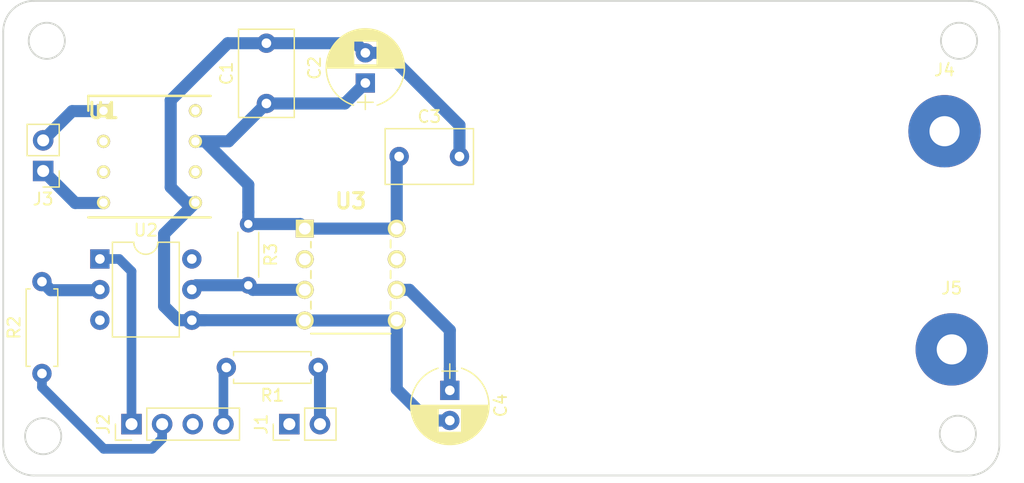
<source format=kicad_pcb>
(kicad_pcb (version 4) (host pcbnew 4.0.6)

  (general
    (links 26)
    (no_connects 3)
    (area 109.347619 85.014999 195.965239 125.961905)
    (thickness 1.6)
    (drawings 12)
    (tracks 69)
    (zones 0)
    (modules 15)
    (nets 17)
  )

  (page A4)
  (layers
    (0 F.Cu mixed)
    (31 B.Cu mixed)
    (32 B.Adhes user)
    (33 F.Adhes user)
    (34 B.Paste user)
    (35 F.Paste user)
    (36 B.SilkS user)
    (37 F.SilkS user)
    (38 B.Mask user)
    (39 F.Mask user)
    (40 Dwgs.User user)
    (41 Cmts.User user)
    (42 Eco1.User user)
    (43 Eco2.User user)
    (44 Edge.Cuts user)
    (45 Margin user)
    (46 B.CrtYd user)
    (47 F.CrtYd user)
    (48 B.Fab user)
    (49 F.Fab user)
  )

  (setup
    (last_trace_width 0.4)
    (trace_clearance 0.4)
    (zone_clearance 0.508)
    (zone_45_only no)
    (trace_min 0.2)
    (segment_width 0.2)
    (edge_width 0.15)
    (via_size 1)
    (via_drill 0.6)
    (via_min_size 0.4)
    (via_min_drill 0.3)
    (uvia_size 0.3)
    (uvia_drill 0.1)
    (uvias_allowed no)
    (uvia_min_size 0.2)
    (uvia_min_drill 0.1)
    (pcb_text_width 0.3)
    (pcb_text_size 1.5 1.5)
    (mod_edge_width 0.15)
    (mod_text_size 1 1)
    (mod_text_width 0.15)
    (pad_size 1.524 1.524)
    (pad_drill 0.762)
    (pad_to_mask_clearance 0.2)
    (aux_axis_origin 0 0)
    (visible_elements 7FFEEFFF)
    (pcbplotparams
      (layerselection 0x00030_80000001)
      (usegerberextensions false)
      (excludeedgelayer true)
      (linewidth 0.100000)
      (plotframeref false)
      (viasonmask false)
      (mode 1)
      (useauxorigin false)
      (hpglpennumber 1)
      (hpglpenspeed 20)
      (hpglpendiameter 15)
      (hpglpenoverlay 2)
      (psnegative false)
      (psa4output false)
      (plotreference true)
      (plotvalue true)
      (plotinvisibletext false)
      (padsonsilk false)
      (subtractmaskfromsilk false)
      (outputformat 1)
      (mirror false)
      (drillshape 1)
      (scaleselection 1)
      (outputdirectory SVG/))
  )

  (net 0 "")
  (net 1 GND_ISO)
  (net 2 ARD_GND)
  (net 3 VCC_ISO)
  (net 4 "Net-(C4-Pad1)")
  (net 5 "Net-(J1-Pad2)")
  (net 6 ARD_PWM)
  (net 7 VCC)
  (net 8 "Net-(J4-Pad1)")
  (net 9 ARD_TEMP)
  (net 10 "Net-(R2-Pad2)")
  (net 11 "Net-(R3-Pad2)")
  (net 12 GND)
  (net 13 "Net-(U2-Pad3)")
  (net 14 "Net-(U2-Pad6)")
  (net 15 "Net-(U3-Pad2)")
  (net 16 ARD_SRC_V)

  (net_class Default "This is the default net class."
    (clearance 0.4)
    (trace_width 0.4)
    (via_dia 1)
    (via_drill 0.6)
    (uvia_dia 0.3)
    (uvia_drill 0.1)
  )

  (net_class Control ""
    (clearance 1)
    (trace_width 1)
    (via_dia 1.6)
    (via_drill 0.8)
    (uvia_dia 0.3)
    (uvia_drill 0.1)
    (add_net GND)
    (add_net GND_ISO)
    (add_net "Net-(C4-Pad1)")
    (add_net "Net-(J1-Pad2)")
    (add_net "Net-(R2-Pad2)")
    (add_net "Net-(R3-Pad2)")
    (add_net "Net-(U2-Pad3)")
    (add_net "Net-(U2-Pad6)")
    (add_net "Net-(U3-Pad2)")
    (add_net VCC)
    (add_net VCC_ISO)
  )

  (net_class Power ""
    (clearance 1)
    (trace_width 3)
    (via_dia 4)
    (via_drill 1)
    (uvia_dia 0.3)
    (uvia_drill 0.1)
    (add_net "Net-(J4-Pad1)")
  )

  (net_class Signal ""
    (clearance 0.8)
    (trace_width 0.8)
    (via_dia 1.2)
    (via_drill 0.8)
    (uvia_dia 0.3)
    (uvia_drill 0.1)
    (add_net ARD_GND)
    (add_net ARD_PWM)
    (add_net ARD_SRC_V)
    (add_net ARD_TEMP)
  )

  (module Capacitors_THT:C_Rect_L7.2mm_W4.5mm_P5.00mm_FKS2_FKP2_MKS2_MKP2 (layer F.Cu) (tedit 5920C257) (tstamp 5935471D)
    (at 132.3 93.6 90)
    (descr "C, Rect series, Radial, pin pitch=5.00mm, , length*width=7.2*4.5mm^2, Capacitor, http://www.wima.com/EN/WIMA_FKS_2.pdf")
    (tags "C Rect series Radial pin pitch 5.00mm  length 7.2mm width 4.5mm Capacitor")
    (path /592EA608)
    (fp_text reference C1 (at 2.5 -3.31 90) (layer F.SilkS)
      (effects (font (size 1 1) (thickness 0.15)))
    )
    (fp_text value 100nF (at 2.5 3.31 90) (layer F.Fab)
      (effects (font (size 1 1) (thickness 0.15)))
    )
    (fp_text user %R (at 2.5 0 90) (layer F.Fab)
      (effects (font (size 1 1) (thickness 0.15)))
    )
    (fp_line (start -1.1 -2.25) (end -1.1 2.25) (layer F.Fab) (width 0.1))
    (fp_line (start -1.1 2.25) (end 6.1 2.25) (layer F.Fab) (width 0.1))
    (fp_line (start 6.1 2.25) (end 6.1 -2.25) (layer F.Fab) (width 0.1))
    (fp_line (start 6.1 -2.25) (end -1.1 -2.25) (layer F.Fab) (width 0.1))
    (fp_line (start -1.16 -2.31) (end 6.16 -2.31) (layer F.SilkS) (width 0.12))
    (fp_line (start -1.16 2.31) (end 6.16 2.31) (layer F.SilkS) (width 0.12))
    (fp_line (start -1.16 -2.31) (end -1.16 2.31) (layer F.SilkS) (width 0.12))
    (fp_line (start 6.16 -2.31) (end 6.16 2.31) (layer F.SilkS) (width 0.12))
    (fp_line (start -1.45 -2.6) (end -1.45 2.6) (layer F.CrtYd) (width 0.05))
    (fp_line (start -1.45 2.6) (end 6.45 2.6) (layer F.CrtYd) (width 0.05))
    (fp_line (start 6.45 2.6) (end 6.45 -2.6) (layer F.CrtYd) (width 0.05))
    (fp_line (start 6.45 -2.6) (end -1.45 -2.6) (layer F.CrtYd) (width 0.05))
    (pad 1 thru_hole circle (at 0 0 90) (size 1.6 1.6) (drill 0.8) (layers *.Cu *.Mask)
      (net 3 VCC_ISO))
    (pad 2 thru_hole circle (at 5 0 90) (size 1.6 1.6) (drill 0.8) (layers *.Cu *.Mask)
      (net 1 GND_ISO))
    (model ${KISYS3DMOD}/Capacitors_THT.3dshapes/C_Rect_L7.2mm_W4.5mm_P5.00mm_FKS2_FKP2_MKS2_MKP2.wrl
      (at (xyz 0 0 0))
      (scale (xyz 0.393701 0.393701 0.393701))
      (rotate (xyz 0 0 0))
    )
  )

  (module RS:DIPS762W50P254L1008H460Q8N (layer F.Cu) (tedit 592AD99B) (tstamp 5935477B)
    (at 118.8 94.2)
    (descr W30508TRC)
    (tags "Undefined or Miscellaneous")
    (path /592EC206)
    (fp_text reference U1 (at 0 0) (layer F.SilkS)
      (effects (font (size 1.27 1.27) (thickness 0.254)))
    )
    (fp_text value NME1212DC (at 0 0) (layer F.SilkS) hide
      (effects (font (size 1.27 1.27) (thickness 0.254)))
    )
    (fp_line (start -1.51 -1.48) (end 9.13 -1.48) (layer Dwgs.User) (width 0.05))
    (fp_line (start 9.13 -1.48) (end 9.13 9.1) (layer Dwgs.User) (width 0.05))
    (fp_line (start 9.13 9.1) (end -1.51 9.1) (layer Dwgs.User) (width 0.05))
    (fp_line (start -1.51 9.1) (end -1.51 -1.48) (layer Dwgs.User) (width 0.05))
    (fp_line (start -1.26 -1.23) (end 8.88 -1.23) (layer Dwgs.User) (width 0.1))
    (fp_line (start 8.88 -1.23) (end 8.88 8.85) (layer Dwgs.User) (width 0.1))
    (fp_line (start 8.88 8.85) (end -1.26 8.85) (layer Dwgs.User) (width 0.1))
    (fp_line (start -1.26 8.85) (end -1.26 -1.23) (layer Dwgs.User) (width 0.1))
    (fp_line (start -1.26 0.04) (end 0.01 -1.23) (layer Dwgs.User) (width 0.1))
    (fp_line (start -1.26 8.85) (end 8.88 8.85) (layer F.SilkS) (width 0.2))
    (fp_line (start 8.88 -1.23) (end -1.26 -1.23) (layer F.SilkS) (width 0.2))
    (fp_line (start -1.26 -1.23) (end -1.26 0) (layer F.SilkS) (width 0.2))
    (pad 1 thru_hole rect (at 0 0 90) (size 1.1 1.1) (drill 0.7) (layers *.Cu *.Mask F.SilkS)
      (net 12 GND))
    (pad 2 thru_hole circle (at 0 2.54 90) (size 1.1 1.1) (drill 0.7) (layers *.Cu *.Mask F.SilkS))
    (pad 3 thru_hole circle (at 0 5.08 90) (size 1.1 1.1) (drill 0.7) (layers *.Cu *.Mask F.SilkS))
    (pad 4 thru_hole circle (at 0 7.62 90) (size 1.1 1.1) (drill 0.7) (layers *.Cu *.Mask F.SilkS)
      (net 7 VCC))
    (pad 5 thru_hole circle (at 7.62 7.62 90) (size 1.1 1.1) (drill 0.7) (layers *.Cu *.Mask F.SilkS)
      (net 1 GND_ISO))
    (pad 6 thru_hole circle (at 7.62 5.08 90) (size 1.1 1.1) (drill 0.7) (layers *.Cu *.Mask F.SilkS))
    (pad 7 thru_hole circle (at 7.62 2.54 90) (size 1.1 1.1) (drill 0.7) (layers *.Cu *.Mask F.SilkS)
      (net 3 VCC_ISO))
    (pad 8 thru_hole circle (at 7.62 0 90) (size 1.1 1.1) (drill 0.7) (layers *.Cu *.Mask F.SilkS))
  )

  (module Capacitors_THT:CP_Radial_D6.3mm_P2.50mm (layer F.Cu) (tedit 5920C257) (tstamp 59354723)
    (at 140.5 91.9 90)
    (descr "CP, Radial series, Radial, pin pitch=2.50mm, , diameter=6.3mm, Electrolytic Capacitor")
    (tags "CP Radial series Radial pin pitch 2.50mm  diameter 6.3mm Electrolytic Capacitor")
    (path /592ACB50)
    (fp_text reference C2 (at 1.25 -4.21 90) (layer F.SilkS)
      (effects (font (size 1 1) (thickness 0.15)))
    )
    (fp_text value 4.7uF (at 1.25 4.21 90) (layer F.Fab)
      (effects (font (size 1 1) (thickness 0.15)))
    )
    (fp_text user %R (at 1.1 0 90) (layer F.Fab)
      (effects (font (size 1 1) (thickness 0.15)))
    )
    (fp_line (start -2.2 0) (end -1 0) (layer F.Fab) (width 0.1))
    (fp_line (start -1.6 -0.65) (end -1.6 0.65) (layer F.Fab) (width 0.1))
    (fp_line (start 1.25 -3.2) (end 1.25 3.2) (layer F.SilkS) (width 0.12))
    (fp_line (start 1.29 -3.2) (end 1.29 3.2) (layer F.SilkS) (width 0.12))
    (fp_line (start 1.33 -3.2) (end 1.33 3.2) (layer F.SilkS) (width 0.12))
    (fp_line (start 1.37 -3.198) (end 1.37 3.198) (layer F.SilkS) (width 0.12))
    (fp_line (start 1.41 -3.197) (end 1.41 3.197) (layer F.SilkS) (width 0.12))
    (fp_line (start 1.45 -3.194) (end 1.45 3.194) (layer F.SilkS) (width 0.12))
    (fp_line (start 1.49 -3.192) (end 1.49 3.192) (layer F.SilkS) (width 0.12))
    (fp_line (start 1.53 -3.188) (end 1.53 -0.98) (layer F.SilkS) (width 0.12))
    (fp_line (start 1.53 0.98) (end 1.53 3.188) (layer F.SilkS) (width 0.12))
    (fp_line (start 1.57 -3.185) (end 1.57 -0.98) (layer F.SilkS) (width 0.12))
    (fp_line (start 1.57 0.98) (end 1.57 3.185) (layer F.SilkS) (width 0.12))
    (fp_line (start 1.61 -3.18) (end 1.61 -0.98) (layer F.SilkS) (width 0.12))
    (fp_line (start 1.61 0.98) (end 1.61 3.18) (layer F.SilkS) (width 0.12))
    (fp_line (start 1.65 -3.176) (end 1.65 -0.98) (layer F.SilkS) (width 0.12))
    (fp_line (start 1.65 0.98) (end 1.65 3.176) (layer F.SilkS) (width 0.12))
    (fp_line (start 1.69 -3.17) (end 1.69 -0.98) (layer F.SilkS) (width 0.12))
    (fp_line (start 1.69 0.98) (end 1.69 3.17) (layer F.SilkS) (width 0.12))
    (fp_line (start 1.73 -3.165) (end 1.73 -0.98) (layer F.SilkS) (width 0.12))
    (fp_line (start 1.73 0.98) (end 1.73 3.165) (layer F.SilkS) (width 0.12))
    (fp_line (start 1.77 -3.158) (end 1.77 -0.98) (layer F.SilkS) (width 0.12))
    (fp_line (start 1.77 0.98) (end 1.77 3.158) (layer F.SilkS) (width 0.12))
    (fp_line (start 1.81 -3.152) (end 1.81 -0.98) (layer F.SilkS) (width 0.12))
    (fp_line (start 1.81 0.98) (end 1.81 3.152) (layer F.SilkS) (width 0.12))
    (fp_line (start 1.85 -3.144) (end 1.85 -0.98) (layer F.SilkS) (width 0.12))
    (fp_line (start 1.85 0.98) (end 1.85 3.144) (layer F.SilkS) (width 0.12))
    (fp_line (start 1.89 -3.137) (end 1.89 -0.98) (layer F.SilkS) (width 0.12))
    (fp_line (start 1.89 0.98) (end 1.89 3.137) (layer F.SilkS) (width 0.12))
    (fp_line (start 1.93 -3.128) (end 1.93 -0.98) (layer F.SilkS) (width 0.12))
    (fp_line (start 1.93 0.98) (end 1.93 3.128) (layer F.SilkS) (width 0.12))
    (fp_line (start 1.971 -3.119) (end 1.971 -0.98) (layer F.SilkS) (width 0.12))
    (fp_line (start 1.971 0.98) (end 1.971 3.119) (layer F.SilkS) (width 0.12))
    (fp_line (start 2.011 -3.11) (end 2.011 -0.98) (layer F.SilkS) (width 0.12))
    (fp_line (start 2.011 0.98) (end 2.011 3.11) (layer F.SilkS) (width 0.12))
    (fp_line (start 2.051 -3.1) (end 2.051 -0.98) (layer F.SilkS) (width 0.12))
    (fp_line (start 2.051 0.98) (end 2.051 3.1) (layer F.SilkS) (width 0.12))
    (fp_line (start 2.091 -3.09) (end 2.091 -0.98) (layer F.SilkS) (width 0.12))
    (fp_line (start 2.091 0.98) (end 2.091 3.09) (layer F.SilkS) (width 0.12))
    (fp_line (start 2.131 -3.079) (end 2.131 -0.98) (layer F.SilkS) (width 0.12))
    (fp_line (start 2.131 0.98) (end 2.131 3.079) (layer F.SilkS) (width 0.12))
    (fp_line (start 2.171 -3.067) (end 2.171 -0.98) (layer F.SilkS) (width 0.12))
    (fp_line (start 2.171 0.98) (end 2.171 3.067) (layer F.SilkS) (width 0.12))
    (fp_line (start 2.211 -3.055) (end 2.211 -0.98) (layer F.SilkS) (width 0.12))
    (fp_line (start 2.211 0.98) (end 2.211 3.055) (layer F.SilkS) (width 0.12))
    (fp_line (start 2.251 -3.042) (end 2.251 -0.98) (layer F.SilkS) (width 0.12))
    (fp_line (start 2.251 0.98) (end 2.251 3.042) (layer F.SilkS) (width 0.12))
    (fp_line (start 2.291 -3.029) (end 2.291 -0.98) (layer F.SilkS) (width 0.12))
    (fp_line (start 2.291 0.98) (end 2.291 3.029) (layer F.SilkS) (width 0.12))
    (fp_line (start 2.331 -3.015) (end 2.331 -0.98) (layer F.SilkS) (width 0.12))
    (fp_line (start 2.331 0.98) (end 2.331 3.015) (layer F.SilkS) (width 0.12))
    (fp_line (start 2.371 -3.001) (end 2.371 -0.98) (layer F.SilkS) (width 0.12))
    (fp_line (start 2.371 0.98) (end 2.371 3.001) (layer F.SilkS) (width 0.12))
    (fp_line (start 2.411 -2.986) (end 2.411 -0.98) (layer F.SilkS) (width 0.12))
    (fp_line (start 2.411 0.98) (end 2.411 2.986) (layer F.SilkS) (width 0.12))
    (fp_line (start 2.451 -2.97) (end 2.451 -0.98) (layer F.SilkS) (width 0.12))
    (fp_line (start 2.451 0.98) (end 2.451 2.97) (layer F.SilkS) (width 0.12))
    (fp_line (start 2.491 -2.954) (end 2.491 -0.98) (layer F.SilkS) (width 0.12))
    (fp_line (start 2.491 0.98) (end 2.491 2.954) (layer F.SilkS) (width 0.12))
    (fp_line (start 2.531 -2.937) (end 2.531 -0.98) (layer F.SilkS) (width 0.12))
    (fp_line (start 2.531 0.98) (end 2.531 2.937) (layer F.SilkS) (width 0.12))
    (fp_line (start 2.571 -2.919) (end 2.571 -0.98) (layer F.SilkS) (width 0.12))
    (fp_line (start 2.571 0.98) (end 2.571 2.919) (layer F.SilkS) (width 0.12))
    (fp_line (start 2.611 -2.901) (end 2.611 -0.98) (layer F.SilkS) (width 0.12))
    (fp_line (start 2.611 0.98) (end 2.611 2.901) (layer F.SilkS) (width 0.12))
    (fp_line (start 2.651 -2.882) (end 2.651 -0.98) (layer F.SilkS) (width 0.12))
    (fp_line (start 2.651 0.98) (end 2.651 2.882) (layer F.SilkS) (width 0.12))
    (fp_line (start 2.691 -2.863) (end 2.691 -0.98) (layer F.SilkS) (width 0.12))
    (fp_line (start 2.691 0.98) (end 2.691 2.863) (layer F.SilkS) (width 0.12))
    (fp_line (start 2.731 -2.843) (end 2.731 -0.98) (layer F.SilkS) (width 0.12))
    (fp_line (start 2.731 0.98) (end 2.731 2.843) (layer F.SilkS) (width 0.12))
    (fp_line (start 2.771 -2.822) (end 2.771 -0.98) (layer F.SilkS) (width 0.12))
    (fp_line (start 2.771 0.98) (end 2.771 2.822) (layer F.SilkS) (width 0.12))
    (fp_line (start 2.811 -2.8) (end 2.811 -0.98) (layer F.SilkS) (width 0.12))
    (fp_line (start 2.811 0.98) (end 2.811 2.8) (layer F.SilkS) (width 0.12))
    (fp_line (start 2.851 -2.778) (end 2.851 -0.98) (layer F.SilkS) (width 0.12))
    (fp_line (start 2.851 0.98) (end 2.851 2.778) (layer F.SilkS) (width 0.12))
    (fp_line (start 2.891 -2.755) (end 2.891 -0.98) (layer F.SilkS) (width 0.12))
    (fp_line (start 2.891 0.98) (end 2.891 2.755) (layer F.SilkS) (width 0.12))
    (fp_line (start 2.931 -2.731) (end 2.931 -0.98) (layer F.SilkS) (width 0.12))
    (fp_line (start 2.931 0.98) (end 2.931 2.731) (layer F.SilkS) (width 0.12))
    (fp_line (start 2.971 -2.706) (end 2.971 -0.98) (layer F.SilkS) (width 0.12))
    (fp_line (start 2.971 0.98) (end 2.971 2.706) (layer F.SilkS) (width 0.12))
    (fp_line (start 3.011 -2.681) (end 3.011 -0.98) (layer F.SilkS) (width 0.12))
    (fp_line (start 3.011 0.98) (end 3.011 2.681) (layer F.SilkS) (width 0.12))
    (fp_line (start 3.051 -2.654) (end 3.051 -0.98) (layer F.SilkS) (width 0.12))
    (fp_line (start 3.051 0.98) (end 3.051 2.654) (layer F.SilkS) (width 0.12))
    (fp_line (start 3.091 -2.627) (end 3.091 -0.98) (layer F.SilkS) (width 0.12))
    (fp_line (start 3.091 0.98) (end 3.091 2.627) (layer F.SilkS) (width 0.12))
    (fp_line (start 3.131 -2.599) (end 3.131 -0.98) (layer F.SilkS) (width 0.12))
    (fp_line (start 3.131 0.98) (end 3.131 2.599) (layer F.SilkS) (width 0.12))
    (fp_line (start 3.171 -2.57) (end 3.171 -0.98) (layer F.SilkS) (width 0.12))
    (fp_line (start 3.171 0.98) (end 3.171 2.57) (layer F.SilkS) (width 0.12))
    (fp_line (start 3.211 -2.54) (end 3.211 -0.98) (layer F.SilkS) (width 0.12))
    (fp_line (start 3.211 0.98) (end 3.211 2.54) (layer F.SilkS) (width 0.12))
    (fp_line (start 3.251 -2.51) (end 3.251 -0.98) (layer F.SilkS) (width 0.12))
    (fp_line (start 3.251 0.98) (end 3.251 2.51) (layer F.SilkS) (width 0.12))
    (fp_line (start 3.291 -2.478) (end 3.291 -0.98) (layer F.SilkS) (width 0.12))
    (fp_line (start 3.291 0.98) (end 3.291 2.478) (layer F.SilkS) (width 0.12))
    (fp_line (start 3.331 -2.445) (end 3.331 -0.98) (layer F.SilkS) (width 0.12))
    (fp_line (start 3.331 0.98) (end 3.331 2.445) (layer F.SilkS) (width 0.12))
    (fp_line (start 3.371 -2.411) (end 3.371 -0.98) (layer F.SilkS) (width 0.12))
    (fp_line (start 3.371 0.98) (end 3.371 2.411) (layer F.SilkS) (width 0.12))
    (fp_line (start 3.411 -2.375) (end 3.411 -0.98) (layer F.SilkS) (width 0.12))
    (fp_line (start 3.411 0.98) (end 3.411 2.375) (layer F.SilkS) (width 0.12))
    (fp_line (start 3.451 -2.339) (end 3.451 -0.98) (layer F.SilkS) (width 0.12))
    (fp_line (start 3.451 0.98) (end 3.451 2.339) (layer F.SilkS) (width 0.12))
    (fp_line (start 3.491 -2.301) (end 3.491 2.301) (layer F.SilkS) (width 0.12))
    (fp_line (start 3.531 -2.262) (end 3.531 2.262) (layer F.SilkS) (width 0.12))
    (fp_line (start 3.571 -2.222) (end 3.571 2.222) (layer F.SilkS) (width 0.12))
    (fp_line (start 3.611 -2.18) (end 3.611 2.18) (layer F.SilkS) (width 0.12))
    (fp_line (start 3.651 -2.137) (end 3.651 2.137) (layer F.SilkS) (width 0.12))
    (fp_line (start 3.691 -2.092) (end 3.691 2.092) (layer F.SilkS) (width 0.12))
    (fp_line (start 3.731 -2.045) (end 3.731 2.045) (layer F.SilkS) (width 0.12))
    (fp_line (start 3.771 -1.997) (end 3.771 1.997) (layer F.SilkS) (width 0.12))
    (fp_line (start 3.811 -1.946) (end 3.811 1.946) (layer F.SilkS) (width 0.12))
    (fp_line (start 3.851 -1.894) (end 3.851 1.894) (layer F.SilkS) (width 0.12))
    (fp_line (start 3.891 -1.839) (end 3.891 1.839) (layer F.SilkS) (width 0.12))
    (fp_line (start 3.931 -1.781) (end 3.931 1.781) (layer F.SilkS) (width 0.12))
    (fp_line (start 3.971 -1.721) (end 3.971 1.721) (layer F.SilkS) (width 0.12))
    (fp_line (start 4.011 -1.658) (end 4.011 1.658) (layer F.SilkS) (width 0.12))
    (fp_line (start 4.051 -1.591) (end 4.051 1.591) (layer F.SilkS) (width 0.12))
    (fp_line (start 4.091 -1.52) (end 4.091 1.52) (layer F.SilkS) (width 0.12))
    (fp_line (start 4.131 -1.445) (end 4.131 1.445) (layer F.SilkS) (width 0.12))
    (fp_line (start 4.171 -1.364) (end 4.171 1.364) (layer F.SilkS) (width 0.12))
    (fp_line (start 4.211 -1.278) (end 4.211 1.278) (layer F.SilkS) (width 0.12))
    (fp_line (start 4.251 -1.184) (end 4.251 1.184) (layer F.SilkS) (width 0.12))
    (fp_line (start 4.291 -1.081) (end 4.291 1.081) (layer F.SilkS) (width 0.12))
    (fp_line (start 4.331 -0.966) (end 4.331 0.966) (layer F.SilkS) (width 0.12))
    (fp_line (start 4.371 -0.834) (end 4.371 0.834) (layer F.SilkS) (width 0.12))
    (fp_line (start 4.411 -0.676) (end 4.411 0.676) (layer F.SilkS) (width 0.12))
    (fp_line (start 4.451 -0.468) (end 4.451 0.468) (layer F.SilkS) (width 0.12))
    (fp_line (start -2.2 0) (end -1 0) (layer F.SilkS) (width 0.12))
    (fp_line (start -1.6 -0.65) (end -1.6 0.65) (layer F.SilkS) (width 0.12))
    (fp_line (start -2.25 -3.5) (end -2.25 3.5) (layer F.CrtYd) (width 0.05))
    (fp_line (start -2.25 3.5) (end 4.75 3.5) (layer F.CrtYd) (width 0.05))
    (fp_line (start 4.75 3.5) (end 4.75 -3.5) (layer F.CrtYd) (width 0.05))
    (fp_line (start 4.75 -3.5) (end -2.25 -3.5) (layer F.CrtYd) (width 0.05))
    (fp_circle (center 1.25 0) (end 4.4 0) (layer F.Fab) (width 0.1))
    (fp_arc (start 1.25 0) (end -1.838236 -0.98) (angle 144.8) (layer F.SilkS) (width 0.12))
    (fp_arc (start 1.25 0) (end -1.838236 0.98) (angle -144.8) (layer F.SilkS) (width 0.12))
    (fp_arc (start 1.25 0) (end 4.338236 -0.98) (angle 35.2) (layer F.SilkS) (width 0.12))
    (pad 1 thru_hole rect (at 0 0 90) (size 1.6 1.6) (drill 0.8) (layers *.Cu *.Mask)
      (net 3 VCC_ISO))
    (pad 2 thru_hole circle (at 2.5 0 90) (size 1.6 1.6) (drill 0.8) (layers *.Cu *.Mask)
      (net 1 GND_ISO))
    (model ${KISYS3DMOD}/Capacitors_THT.3dshapes/CP_Radial_D6.3mm_P2.50mm.wrl
      (at (xyz 0 0 0))
      (scale (xyz 1 1 1))
      (rotate (xyz 0 0 0))
    )
  )

  (module Capacitors_THT:C_Rect_L7.2mm_W4.5mm_P5.00mm_FKS2_FKP2_MKS2_MKP2 (layer F.Cu) (tedit 5920C257) (tstamp 59354729)
    (at 143.3 98)
    (descr "C, Rect series, Radial, pin pitch=5.00mm, , length*width=7.2*4.5mm^2, Capacitor, http://www.wima.com/EN/WIMA_FKS_2.pdf")
    (tags "C Rect series Radial pin pitch 5.00mm  length 7.2mm width 4.5mm Capacitor")
    (path /592ACBF5)
    (fp_text reference C3 (at 2.5 -3.31) (layer F.SilkS)
      (effects (font (size 1 1) (thickness 0.15)))
    )
    (fp_text value 100nF (at 2.5 3.31) (layer F.Fab)
      (effects (font (size 1 1) (thickness 0.15)))
    )
    (fp_text user %R (at 2.5 0) (layer F.Fab)
      (effects (font (size 1 1) (thickness 0.15)))
    )
    (fp_line (start -1.1 -2.25) (end -1.1 2.25) (layer F.Fab) (width 0.1))
    (fp_line (start -1.1 2.25) (end 6.1 2.25) (layer F.Fab) (width 0.1))
    (fp_line (start 6.1 2.25) (end 6.1 -2.25) (layer F.Fab) (width 0.1))
    (fp_line (start 6.1 -2.25) (end -1.1 -2.25) (layer F.Fab) (width 0.1))
    (fp_line (start -1.16 -2.31) (end 6.16 -2.31) (layer F.SilkS) (width 0.12))
    (fp_line (start -1.16 2.31) (end 6.16 2.31) (layer F.SilkS) (width 0.12))
    (fp_line (start -1.16 -2.31) (end -1.16 2.31) (layer F.SilkS) (width 0.12))
    (fp_line (start 6.16 -2.31) (end 6.16 2.31) (layer F.SilkS) (width 0.12))
    (fp_line (start -1.45 -2.6) (end -1.45 2.6) (layer F.CrtYd) (width 0.05))
    (fp_line (start -1.45 2.6) (end 6.45 2.6) (layer F.CrtYd) (width 0.05))
    (fp_line (start 6.45 2.6) (end 6.45 -2.6) (layer F.CrtYd) (width 0.05))
    (fp_line (start 6.45 -2.6) (end -1.45 -2.6) (layer F.CrtYd) (width 0.05))
    (pad 1 thru_hole circle (at 0 0) (size 1.6 1.6) (drill 0.8) (layers *.Cu *.Mask)
      (net 3 VCC_ISO))
    (pad 2 thru_hole circle (at 5 0) (size 1.6 1.6) (drill 0.8) (layers *.Cu *.Mask)
      (net 1 GND_ISO))
    (model ${KISYS3DMOD}/Capacitors_THT.3dshapes/C_Rect_L7.2mm_W4.5mm_P5.00mm_FKS2_FKP2_MKS2_MKP2.wrl
      (at (xyz 0 0 0))
      (scale (xyz 0.393701 0.393701 0.393701))
      (rotate (xyz 0 0 0))
    )
  )

  (module Capacitors_THT:CP_Radial_D6.3mm_P2.50mm (layer F.Cu) (tedit 5920C257) (tstamp 5935472F)
    (at 147.5 117.4 270)
    (descr "CP, Radial series, Radial, pin pitch=2.50mm, , diameter=6.3mm, Electrolytic Capacitor")
    (tags "CP Radial series Radial pin pitch 2.50mm  diameter 6.3mm Electrolytic Capacitor")
    (path /592ED18A)
    (fp_text reference C4 (at 1.25 -4.21 270) (layer F.SilkS)
      (effects (font (size 1 1) (thickness 0.15)))
    )
    (fp_text value 4.7uF (at 1.25 4.21 270) (layer F.Fab)
      (effects (font (size 1 1) (thickness 0.15)))
    )
    (fp_text user %R (at 1.1 0 540) (layer F.Fab)
      (effects (font (size 1 1) (thickness 0.15)))
    )
    (fp_line (start -2.2 0) (end -1 0) (layer F.Fab) (width 0.1))
    (fp_line (start -1.6 -0.65) (end -1.6 0.65) (layer F.Fab) (width 0.1))
    (fp_line (start 1.25 -3.2) (end 1.25 3.2) (layer F.SilkS) (width 0.12))
    (fp_line (start 1.29 -3.2) (end 1.29 3.2) (layer F.SilkS) (width 0.12))
    (fp_line (start 1.33 -3.2) (end 1.33 3.2) (layer F.SilkS) (width 0.12))
    (fp_line (start 1.37 -3.198) (end 1.37 3.198) (layer F.SilkS) (width 0.12))
    (fp_line (start 1.41 -3.197) (end 1.41 3.197) (layer F.SilkS) (width 0.12))
    (fp_line (start 1.45 -3.194) (end 1.45 3.194) (layer F.SilkS) (width 0.12))
    (fp_line (start 1.49 -3.192) (end 1.49 3.192) (layer F.SilkS) (width 0.12))
    (fp_line (start 1.53 -3.188) (end 1.53 -0.98) (layer F.SilkS) (width 0.12))
    (fp_line (start 1.53 0.98) (end 1.53 3.188) (layer F.SilkS) (width 0.12))
    (fp_line (start 1.57 -3.185) (end 1.57 -0.98) (layer F.SilkS) (width 0.12))
    (fp_line (start 1.57 0.98) (end 1.57 3.185) (layer F.SilkS) (width 0.12))
    (fp_line (start 1.61 -3.18) (end 1.61 -0.98) (layer F.SilkS) (width 0.12))
    (fp_line (start 1.61 0.98) (end 1.61 3.18) (layer F.SilkS) (width 0.12))
    (fp_line (start 1.65 -3.176) (end 1.65 -0.98) (layer F.SilkS) (width 0.12))
    (fp_line (start 1.65 0.98) (end 1.65 3.176) (layer F.SilkS) (width 0.12))
    (fp_line (start 1.69 -3.17) (end 1.69 -0.98) (layer F.SilkS) (width 0.12))
    (fp_line (start 1.69 0.98) (end 1.69 3.17) (layer F.SilkS) (width 0.12))
    (fp_line (start 1.73 -3.165) (end 1.73 -0.98) (layer F.SilkS) (width 0.12))
    (fp_line (start 1.73 0.98) (end 1.73 3.165) (layer F.SilkS) (width 0.12))
    (fp_line (start 1.77 -3.158) (end 1.77 -0.98) (layer F.SilkS) (width 0.12))
    (fp_line (start 1.77 0.98) (end 1.77 3.158) (layer F.SilkS) (width 0.12))
    (fp_line (start 1.81 -3.152) (end 1.81 -0.98) (layer F.SilkS) (width 0.12))
    (fp_line (start 1.81 0.98) (end 1.81 3.152) (layer F.SilkS) (width 0.12))
    (fp_line (start 1.85 -3.144) (end 1.85 -0.98) (layer F.SilkS) (width 0.12))
    (fp_line (start 1.85 0.98) (end 1.85 3.144) (layer F.SilkS) (width 0.12))
    (fp_line (start 1.89 -3.137) (end 1.89 -0.98) (layer F.SilkS) (width 0.12))
    (fp_line (start 1.89 0.98) (end 1.89 3.137) (layer F.SilkS) (width 0.12))
    (fp_line (start 1.93 -3.128) (end 1.93 -0.98) (layer F.SilkS) (width 0.12))
    (fp_line (start 1.93 0.98) (end 1.93 3.128) (layer F.SilkS) (width 0.12))
    (fp_line (start 1.971 -3.119) (end 1.971 -0.98) (layer F.SilkS) (width 0.12))
    (fp_line (start 1.971 0.98) (end 1.971 3.119) (layer F.SilkS) (width 0.12))
    (fp_line (start 2.011 -3.11) (end 2.011 -0.98) (layer F.SilkS) (width 0.12))
    (fp_line (start 2.011 0.98) (end 2.011 3.11) (layer F.SilkS) (width 0.12))
    (fp_line (start 2.051 -3.1) (end 2.051 -0.98) (layer F.SilkS) (width 0.12))
    (fp_line (start 2.051 0.98) (end 2.051 3.1) (layer F.SilkS) (width 0.12))
    (fp_line (start 2.091 -3.09) (end 2.091 -0.98) (layer F.SilkS) (width 0.12))
    (fp_line (start 2.091 0.98) (end 2.091 3.09) (layer F.SilkS) (width 0.12))
    (fp_line (start 2.131 -3.079) (end 2.131 -0.98) (layer F.SilkS) (width 0.12))
    (fp_line (start 2.131 0.98) (end 2.131 3.079) (layer F.SilkS) (width 0.12))
    (fp_line (start 2.171 -3.067) (end 2.171 -0.98) (layer F.SilkS) (width 0.12))
    (fp_line (start 2.171 0.98) (end 2.171 3.067) (layer F.SilkS) (width 0.12))
    (fp_line (start 2.211 -3.055) (end 2.211 -0.98) (layer F.SilkS) (width 0.12))
    (fp_line (start 2.211 0.98) (end 2.211 3.055) (layer F.SilkS) (width 0.12))
    (fp_line (start 2.251 -3.042) (end 2.251 -0.98) (layer F.SilkS) (width 0.12))
    (fp_line (start 2.251 0.98) (end 2.251 3.042) (layer F.SilkS) (width 0.12))
    (fp_line (start 2.291 -3.029) (end 2.291 -0.98) (layer F.SilkS) (width 0.12))
    (fp_line (start 2.291 0.98) (end 2.291 3.029) (layer F.SilkS) (width 0.12))
    (fp_line (start 2.331 -3.015) (end 2.331 -0.98) (layer F.SilkS) (width 0.12))
    (fp_line (start 2.331 0.98) (end 2.331 3.015) (layer F.SilkS) (width 0.12))
    (fp_line (start 2.371 -3.001) (end 2.371 -0.98) (layer F.SilkS) (width 0.12))
    (fp_line (start 2.371 0.98) (end 2.371 3.001) (layer F.SilkS) (width 0.12))
    (fp_line (start 2.411 -2.986) (end 2.411 -0.98) (layer F.SilkS) (width 0.12))
    (fp_line (start 2.411 0.98) (end 2.411 2.986) (layer F.SilkS) (width 0.12))
    (fp_line (start 2.451 -2.97) (end 2.451 -0.98) (layer F.SilkS) (width 0.12))
    (fp_line (start 2.451 0.98) (end 2.451 2.97) (layer F.SilkS) (width 0.12))
    (fp_line (start 2.491 -2.954) (end 2.491 -0.98) (layer F.SilkS) (width 0.12))
    (fp_line (start 2.491 0.98) (end 2.491 2.954) (layer F.SilkS) (width 0.12))
    (fp_line (start 2.531 -2.937) (end 2.531 -0.98) (layer F.SilkS) (width 0.12))
    (fp_line (start 2.531 0.98) (end 2.531 2.937) (layer F.SilkS) (width 0.12))
    (fp_line (start 2.571 -2.919) (end 2.571 -0.98) (layer F.SilkS) (width 0.12))
    (fp_line (start 2.571 0.98) (end 2.571 2.919) (layer F.SilkS) (width 0.12))
    (fp_line (start 2.611 -2.901) (end 2.611 -0.98) (layer F.SilkS) (width 0.12))
    (fp_line (start 2.611 0.98) (end 2.611 2.901) (layer F.SilkS) (width 0.12))
    (fp_line (start 2.651 -2.882) (end 2.651 -0.98) (layer F.SilkS) (width 0.12))
    (fp_line (start 2.651 0.98) (end 2.651 2.882) (layer F.SilkS) (width 0.12))
    (fp_line (start 2.691 -2.863) (end 2.691 -0.98) (layer F.SilkS) (width 0.12))
    (fp_line (start 2.691 0.98) (end 2.691 2.863) (layer F.SilkS) (width 0.12))
    (fp_line (start 2.731 -2.843) (end 2.731 -0.98) (layer F.SilkS) (width 0.12))
    (fp_line (start 2.731 0.98) (end 2.731 2.843) (layer F.SilkS) (width 0.12))
    (fp_line (start 2.771 -2.822) (end 2.771 -0.98) (layer F.SilkS) (width 0.12))
    (fp_line (start 2.771 0.98) (end 2.771 2.822) (layer F.SilkS) (width 0.12))
    (fp_line (start 2.811 -2.8) (end 2.811 -0.98) (layer F.SilkS) (width 0.12))
    (fp_line (start 2.811 0.98) (end 2.811 2.8) (layer F.SilkS) (width 0.12))
    (fp_line (start 2.851 -2.778) (end 2.851 -0.98) (layer F.SilkS) (width 0.12))
    (fp_line (start 2.851 0.98) (end 2.851 2.778) (layer F.SilkS) (width 0.12))
    (fp_line (start 2.891 -2.755) (end 2.891 -0.98) (layer F.SilkS) (width 0.12))
    (fp_line (start 2.891 0.98) (end 2.891 2.755) (layer F.SilkS) (width 0.12))
    (fp_line (start 2.931 -2.731) (end 2.931 -0.98) (layer F.SilkS) (width 0.12))
    (fp_line (start 2.931 0.98) (end 2.931 2.731) (layer F.SilkS) (width 0.12))
    (fp_line (start 2.971 -2.706) (end 2.971 -0.98) (layer F.SilkS) (width 0.12))
    (fp_line (start 2.971 0.98) (end 2.971 2.706) (layer F.SilkS) (width 0.12))
    (fp_line (start 3.011 -2.681) (end 3.011 -0.98) (layer F.SilkS) (width 0.12))
    (fp_line (start 3.011 0.98) (end 3.011 2.681) (layer F.SilkS) (width 0.12))
    (fp_line (start 3.051 -2.654) (end 3.051 -0.98) (layer F.SilkS) (width 0.12))
    (fp_line (start 3.051 0.98) (end 3.051 2.654) (layer F.SilkS) (width 0.12))
    (fp_line (start 3.091 -2.627) (end 3.091 -0.98) (layer F.SilkS) (width 0.12))
    (fp_line (start 3.091 0.98) (end 3.091 2.627) (layer F.SilkS) (width 0.12))
    (fp_line (start 3.131 -2.599) (end 3.131 -0.98) (layer F.SilkS) (width 0.12))
    (fp_line (start 3.131 0.98) (end 3.131 2.599) (layer F.SilkS) (width 0.12))
    (fp_line (start 3.171 -2.57) (end 3.171 -0.98) (layer F.SilkS) (width 0.12))
    (fp_line (start 3.171 0.98) (end 3.171 2.57) (layer F.SilkS) (width 0.12))
    (fp_line (start 3.211 -2.54) (end 3.211 -0.98) (layer F.SilkS) (width 0.12))
    (fp_line (start 3.211 0.98) (end 3.211 2.54) (layer F.SilkS) (width 0.12))
    (fp_line (start 3.251 -2.51) (end 3.251 -0.98) (layer F.SilkS) (width 0.12))
    (fp_line (start 3.251 0.98) (end 3.251 2.51) (layer F.SilkS) (width 0.12))
    (fp_line (start 3.291 -2.478) (end 3.291 -0.98) (layer F.SilkS) (width 0.12))
    (fp_line (start 3.291 0.98) (end 3.291 2.478) (layer F.SilkS) (width 0.12))
    (fp_line (start 3.331 -2.445) (end 3.331 -0.98) (layer F.SilkS) (width 0.12))
    (fp_line (start 3.331 0.98) (end 3.331 2.445) (layer F.SilkS) (width 0.12))
    (fp_line (start 3.371 -2.411) (end 3.371 -0.98) (layer F.SilkS) (width 0.12))
    (fp_line (start 3.371 0.98) (end 3.371 2.411) (layer F.SilkS) (width 0.12))
    (fp_line (start 3.411 -2.375) (end 3.411 -0.98) (layer F.SilkS) (width 0.12))
    (fp_line (start 3.411 0.98) (end 3.411 2.375) (layer F.SilkS) (width 0.12))
    (fp_line (start 3.451 -2.339) (end 3.451 -0.98) (layer F.SilkS) (width 0.12))
    (fp_line (start 3.451 0.98) (end 3.451 2.339) (layer F.SilkS) (width 0.12))
    (fp_line (start 3.491 -2.301) (end 3.491 2.301) (layer F.SilkS) (width 0.12))
    (fp_line (start 3.531 -2.262) (end 3.531 2.262) (layer F.SilkS) (width 0.12))
    (fp_line (start 3.571 -2.222) (end 3.571 2.222) (layer F.SilkS) (width 0.12))
    (fp_line (start 3.611 -2.18) (end 3.611 2.18) (layer F.SilkS) (width 0.12))
    (fp_line (start 3.651 -2.137) (end 3.651 2.137) (layer F.SilkS) (width 0.12))
    (fp_line (start 3.691 -2.092) (end 3.691 2.092) (layer F.SilkS) (width 0.12))
    (fp_line (start 3.731 -2.045) (end 3.731 2.045) (layer F.SilkS) (width 0.12))
    (fp_line (start 3.771 -1.997) (end 3.771 1.997) (layer F.SilkS) (width 0.12))
    (fp_line (start 3.811 -1.946) (end 3.811 1.946) (layer F.SilkS) (width 0.12))
    (fp_line (start 3.851 -1.894) (end 3.851 1.894) (layer F.SilkS) (width 0.12))
    (fp_line (start 3.891 -1.839) (end 3.891 1.839) (layer F.SilkS) (width 0.12))
    (fp_line (start 3.931 -1.781) (end 3.931 1.781) (layer F.SilkS) (width 0.12))
    (fp_line (start 3.971 -1.721) (end 3.971 1.721) (layer F.SilkS) (width 0.12))
    (fp_line (start 4.011 -1.658) (end 4.011 1.658) (layer F.SilkS) (width 0.12))
    (fp_line (start 4.051 -1.591) (end 4.051 1.591) (layer F.SilkS) (width 0.12))
    (fp_line (start 4.091 -1.52) (end 4.091 1.52) (layer F.SilkS) (width 0.12))
    (fp_line (start 4.131 -1.445) (end 4.131 1.445) (layer F.SilkS) (width 0.12))
    (fp_line (start 4.171 -1.364) (end 4.171 1.364) (layer F.SilkS) (width 0.12))
    (fp_line (start 4.211 -1.278) (end 4.211 1.278) (layer F.SilkS) (width 0.12))
    (fp_line (start 4.251 -1.184) (end 4.251 1.184) (layer F.SilkS) (width 0.12))
    (fp_line (start 4.291 -1.081) (end 4.291 1.081) (layer F.SilkS) (width 0.12))
    (fp_line (start 4.331 -0.966) (end 4.331 0.966) (layer F.SilkS) (width 0.12))
    (fp_line (start 4.371 -0.834) (end 4.371 0.834) (layer F.SilkS) (width 0.12))
    (fp_line (start 4.411 -0.676) (end 4.411 0.676) (layer F.SilkS) (width 0.12))
    (fp_line (start 4.451 -0.468) (end 4.451 0.468) (layer F.SilkS) (width 0.12))
    (fp_line (start -2.2 0) (end -1 0) (layer F.SilkS) (width 0.12))
    (fp_line (start -1.6 -0.65) (end -1.6 0.65) (layer F.SilkS) (width 0.12))
    (fp_line (start -2.25 -3.5) (end -2.25 3.5) (layer F.CrtYd) (width 0.05))
    (fp_line (start -2.25 3.5) (end 4.75 3.5) (layer F.CrtYd) (width 0.05))
    (fp_line (start 4.75 3.5) (end 4.75 -3.5) (layer F.CrtYd) (width 0.05))
    (fp_line (start 4.75 -3.5) (end -2.25 -3.5) (layer F.CrtYd) (width 0.05))
    (fp_circle (center 1.25 0) (end 4.4 0) (layer F.Fab) (width 0.1))
    (fp_arc (start 1.25 0) (end -1.838236 -0.98) (angle 144.8) (layer F.SilkS) (width 0.12))
    (fp_arc (start 1.25 0) (end -1.838236 0.98) (angle -144.8) (layer F.SilkS) (width 0.12))
    (fp_arc (start 1.25 0) (end 4.338236 -0.98) (angle 35.2) (layer F.SilkS) (width 0.12))
    (pad 1 thru_hole rect (at 0 0 270) (size 1.6 1.6) (drill 0.8) (layers *.Cu *.Mask)
      (net 4 "Net-(C4-Pad1)"))
    (pad 2 thru_hole circle (at 2.5 0 270) (size 1.6 1.6) (drill 0.8) (layers *.Cu *.Mask)
      (net 1 GND_ISO))
    (model ${KISYS3DMOD}/Capacitors_THT.3dshapes/CP_Radial_D6.3mm_P2.50mm.wrl
      (at (xyz 0 0 0))
      (scale (xyz 1 1 1))
      (rotate (xyz 0 0 0))
    )
  )

  (module Wire_Pads:SolderWirePad_single_2-5mmDrill (layer F.Cu) (tedit 0) (tstamp 59354750)
    (at 188.5 95.9)
    (path /592CA485)
    (fp_text reference J4 (at 0 -5.08) (layer F.SilkS)
      (effects (font (size 1 1) (thickness 0.15)))
    )
    (fp_text value DrainLarge (at 1.27 5.08) (layer F.Fab)
      (effects (font (size 1 1) (thickness 0.15)))
    )
    (pad 1 thru_hole circle (at 0 0) (size 5.99948 5.99948) (drill 2.49936) (layers *.Cu *.Mask)
      (net 8 "Net-(J4-Pad1)"))
  )

  (module Wire_Pads:SolderWirePad_single_2-5mmDrill (layer F.Cu) (tedit 0) (tstamp 59354755)
    (at 189.1 114)
    (path /592CA834)
    (fp_text reference J5 (at 0 -5.08) (layer F.SilkS)
      (effects (font (size 1 1) (thickness 0.15)))
    )
    (fp_text value SourceLarge (at 1.27 5.08) (layer F.Fab)
      (effects (font (size 1 1) (thickness 0.15)))
    )
    (pad 1 thru_hole circle (at 0 0) (size 5.99948 5.99948) (drill 2.49936) (layers *.Cu *.Mask)
      (net 1 GND_ISO))
  )

  (module Resistors_THT:R_Axial_DIN0207_L6.3mm_D2.5mm_P7.62mm_Horizontal (layer F.Cu) (tedit 5874F706) (tstamp 59354763)
    (at 136.6 115.5 180)
    (descr "Resistor, Axial_DIN0207 series, Axial, Horizontal, pin pitch=7.62mm, 0.25W = 1/4W, length*diameter=6.3*2.5mm^2, http://cdn-reichelt.de/documents/datenblatt/B400/1_4W%23YAG.pdf")
    (tags "Resistor Axial_DIN0207 series Axial Horizontal pin pitch 7.62mm 0.25W = 1/4W length 6.3mm diameter 2.5mm")
    (path /5935695A)
    (fp_text reference R1 (at 3.81 -2.31 180) (layer F.SilkS)
      (effects (font (size 1 1) (thickness 0.15)))
    )
    (fp_text value R (at 3.81 2.31 180) (layer F.Fab)
      (effects (font (size 1 1) (thickness 0.15)))
    )
    (fp_line (start 0.66 -1.25) (end 0.66 1.25) (layer F.Fab) (width 0.1))
    (fp_line (start 0.66 1.25) (end 6.96 1.25) (layer F.Fab) (width 0.1))
    (fp_line (start 6.96 1.25) (end 6.96 -1.25) (layer F.Fab) (width 0.1))
    (fp_line (start 6.96 -1.25) (end 0.66 -1.25) (layer F.Fab) (width 0.1))
    (fp_line (start 0 0) (end 0.66 0) (layer F.Fab) (width 0.1))
    (fp_line (start 7.62 0) (end 6.96 0) (layer F.Fab) (width 0.1))
    (fp_line (start 0.6 -0.98) (end 0.6 -1.31) (layer F.SilkS) (width 0.12))
    (fp_line (start 0.6 -1.31) (end 7.02 -1.31) (layer F.SilkS) (width 0.12))
    (fp_line (start 7.02 -1.31) (end 7.02 -0.98) (layer F.SilkS) (width 0.12))
    (fp_line (start 0.6 0.98) (end 0.6 1.31) (layer F.SilkS) (width 0.12))
    (fp_line (start 0.6 1.31) (end 7.02 1.31) (layer F.SilkS) (width 0.12))
    (fp_line (start 7.02 1.31) (end 7.02 0.98) (layer F.SilkS) (width 0.12))
    (fp_line (start -1.05 -1.6) (end -1.05 1.6) (layer F.CrtYd) (width 0.05))
    (fp_line (start -1.05 1.6) (end 8.7 1.6) (layer F.CrtYd) (width 0.05))
    (fp_line (start 8.7 1.6) (end 8.7 -1.6) (layer F.CrtYd) (width 0.05))
    (fp_line (start 8.7 -1.6) (end -1.05 -1.6) (layer F.CrtYd) (width 0.05))
    (pad 1 thru_hole circle (at 0 0 180) (size 1.6 1.6) (drill 0.8) (layers *.Cu *.Mask)
      (net 5 "Net-(J1-Pad2)"))
    (pad 2 thru_hole oval (at 7.62 0 180) (size 1.6 1.6) (drill 0.8) (layers *.Cu *.Mask)
      (net 9 ARD_TEMP))
    (model Resistors_THT.3dshapes/R_Axial_DIN0207_L6.3mm_D2.5mm_P7.62mm_Horizontal.wrl
      (at (xyz 0 0 0))
      (scale (xyz 0.393701 0.393701 0.393701))
      (rotate (xyz 0 0 0))
    )
  )

  (module Resistors_THT:R_Axial_DIN0207_L6.3mm_D2.5mm_P7.62mm_Horizontal (layer F.Cu) (tedit 5874F706) (tstamp 59354769)
    (at 113.7 116 90)
    (descr "Resistor, Axial_DIN0207 series, Axial, Horizontal, pin pitch=7.62mm, 0.25W = 1/4W, length*diameter=6.3*2.5mm^2, http://cdn-reichelt.de/documents/datenblatt/B400/1_4W%23YAG.pdf")
    (tags "Resistor Axial_DIN0207 series Axial Horizontal pin pitch 7.62mm 0.25W = 1/4W length 6.3mm diameter 2.5mm")
    (path /592BF392)
    (fp_text reference R2 (at 3.81 -2.31 90) (layer F.SilkS)
      (effects (font (size 1 1) (thickness 0.15)))
    )
    (fp_text value 200 (at 3.81 2.31 90) (layer F.Fab)
      (effects (font (size 1 1) (thickness 0.15)))
    )
    (fp_line (start 0.66 -1.25) (end 0.66 1.25) (layer F.Fab) (width 0.1))
    (fp_line (start 0.66 1.25) (end 6.96 1.25) (layer F.Fab) (width 0.1))
    (fp_line (start 6.96 1.25) (end 6.96 -1.25) (layer F.Fab) (width 0.1))
    (fp_line (start 6.96 -1.25) (end 0.66 -1.25) (layer F.Fab) (width 0.1))
    (fp_line (start 0 0) (end 0.66 0) (layer F.Fab) (width 0.1))
    (fp_line (start 7.62 0) (end 6.96 0) (layer F.Fab) (width 0.1))
    (fp_line (start 0.6 -0.98) (end 0.6 -1.31) (layer F.SilkS) (width 0.12))
    (fp_line (start 0.6 -1.31) (end 7.02 -1.31) (layer F.SilkS) (width 0.12))
    (fp_line (start 7.02 -1.31) (end 7.02 -0.98) (layer F.SilkS) (width 0.12))
    (fp_line (start 0.6 0.98) (end 0.6 1.31) (layer F.SilkS) (width 0.12))
    (fp_line (start 0.6 1.31) (end 7.02 1.31) (layer F.SilkS) (width 0.12))
    (fp_line (start 7.02 1.31) (end 7.02 0.98) (layer F.SilkS) (width 0.12))
    (fp_line (start -1.05 -1.6) (end -1.05 1.6) (layer F.CrtYd) (width 0.05))
    (fp_line (start -1.05 1.6) (end 8.7 1.6) (layer F.CrtYd) (width 0.05))
    (fp_line (start 8.7 1.6) (end 8.7 -1.6) (layer F.CrtYd) (width 0.05))
    (fp_line (start 8.7 -1.6) (end -1.05 -1.6) (layer F.CrtYd) (width 0.05))
    (pad 1 thru_hole circle (at 0 0 90) (size 1.6 1.6) (drill 0.8) (layers *.Cu *.Mask)
      (net 2 ARD_GND))
    (pad 2 thru_hole oval (at 7.62 0 90) (size 1.6 1.6) (drill 0.8) (layers *.Cu *.Mask)
      (net 10 "Net-(R2-Pad2)"))
    (model Resistors_THT.3dshapes/R_Axial_DIN0207_L6.3mm_D2.5mm_P7.62mm_Horizontal.wrl
      (at (xyz 0 0 0))
      (scale (xyz 0.393701 0.393701 0.393701))
      (rotate (xyz 0 0 0))
    )
  )

  (module Resistors_THT:R_Axial_DIN0204_L3.6mm_D1.6mm_P5.08mm_Horizontal (layer F.Cu) (tedit 5874F706) (tstamp 5935476F)
    (at 130.8 103.6 270)
    (descr "Resistor, Axial_DIN0204 series, Axial, Horizontal, pin pitch=5.08mm, 0.16666666666666666W = 1/6W, length*diameter=3.6*1.6mm^2, http://cdn-reichelt.de/documents/datenblatt/B400/1_4W%23YAG.pdf")
    (tags "Resistor Axial_DIN0204 series Axial Horizontal pin pitch 5.08mm 0.16666666666666666W = 1/6W length 3.6mm diameter 1.6mm")
    (path /592ED01B)
    (fp_text reference R3 (at 2.54 -1.86 270) (layer F.SilkS)
      (effects (font (size 1 1) (thickness 0.15)))
    )
    (fp_text value 4K7 (at 2.54 1.86 270) (layer F.Fab)
      (effects (font (size 1 1) (thickness 0.15)))
    )
    (fp_line (start 0.74 -0.8) (end 0.74 0.8) (layer F.Fab) (width 0.1))
    (fp_line (start 0.74 0.8) (end 4.34 0.8) (layer F.Fab) (width 0.1))
    (fp_line (start 4.34 0.8) (end 4.34 -0.8) (layer F.Fab) (width 0.1))
    (fp_line (start 4.34 -0.8) (end 0.74 -0.8) (layer F.Fab) (width 0.1))
    (fp_line (start 0 0) (end 0.74 0) (layer F.Fab) (width 0.1))
    (fp_line (start 5.08 0) (end 4.34 0) (layer F.Fab) (width 0.1))
    (fp_line (start 0.68 -0.86) (end 4.4 -0.86) (layer F.SilkS) (width 0.12))
    (fp_line (start 0.68 0.86) (end 4.4 0.86) (layer F.SilkS) (width 0.12))
    (fp_line (start -0.95 -1.15) (end -0.95 1.15) (layer F.CrtYd) (width 0.05))
    (fp_line (start -0.95 1.15) (end 6.05 1.15) (layer F.CrtYd) (width 0.05))
    (fp_line (start 6.05 1.15) (end 6.05 -1.15) (layer F.CrtYd) (width 0.05))
    (fp_line (start 6.05 -1.15) (end -0.95 -1.15) (layer F.CrtYd) (width 0.05))
    (pad 1 thru_hole circle (at 0 0 270) (size 1.4 1.4) (drill 0.7) (layers *.Cu *.Mask)
      (net 3 VCC_ISO))
    (pad 2 thru_hole oval (at 5.08 0 270) (size 1.4 1.4) (drill 0.7) (layers *.Cu *.Mask)
      (net 11 "Net-(R3-Pad2)"))
    (model Resistors_THT.3dshapes/R_Axial_DIN0204_L3.6mm_D1.6mm_P5.08mm_Horizontal.wrl
      (at (xyz 0 0 0))
      (scale (xyz 0.393701 0.393701 0.393701))
      (rotate (xyz 0 0 0))
    )
  )

  (module Housings_DIP:DIP-6_W7.62mm (layer F.Cu) (tedit 58CC8E33) (tstamp 59354785)
    (at 118.5 106.5)
    (descr "6-lead dip package, row spacing 7.62 mm (300 mils)")
    (tags "DIL DIP PDIP 2.54mm 7.62mm 300mil")
    (path /592E7A66)
    (fp_text reference U2 (at 3.81 -2.39) (layer F.SilkS)
      (effects (font (size 1 1) (thickness 0.15)))
    )
    (fp_text value 4N35 (at 3.81 7.47) (layer F.Fab)
      (effects (font (size 1 1) (thickness 0.15)))
    )
    (fp_text user %R (at 3.81 2.54) (layer F.Fab)
      (effects (font (size 1 1) (thickness 0.15)))
    )
    (fp_line (start 1.635 -1.27) (end 6.985 -1.27) (layer F.Fab) (width 0.1))
    (fp_line (start 6.985 -1.27) (end 6.985 6.35) (layer F.Fab) (width 0.1))
    (fp_line (start 6.985 6.35) (end 0.635 6.35) (layer F.Fab) (width 0.1))
    (fp_line (start 0.635 6.35) (end 0.635 -0.27) (layer F.Fab) (width 0.1))
    (fp_line (start 0.635 -0.27) (end 1.635 -1.27) (layer F.Fab) (width 0.1))
    (fp_line (start 2.81 -1.39) (end 1.04 -1.39) (layer F.SilkS) (width 0.12))
    (fp_line (start 1.04 -1.39) (end 1.04 6.47) (layer F.SilkS) (width 0.12))
    (fp_line (start 1.04 6.47) (end 6.58 6.47) (layer F.SilkS) (width 0.12))
    (fp_line (start 6.58 6.47) (end 6.58 -1.39) (layer F.SilkS) (width 0.12))
    (fp_line (start 6.58 -1.39) (end 4.81 -1.39) (layer F.SilkS) (width 0.12))
    (fp_line (start -1.1 -1.6) (end -1.1 6.6) (layer F.CrtYd) (width 0.05))
    (fp_line (start -1.1 6.6) (end 8.7 6.6) (layer F.CrtYd) (width 0.05))
    (fp_line (start 8.7 6.6) (end 8.7 -1.6) (layer F.CrtYd) (width 0.05))
    (fp_line (start 8.7 -1.6) (end -1.1 -1.6) (layer F.CrtYd) (width 0.05))
    (fp_arc (start 3.81 -1.39) (end 2.81 -1.39) (angle -180) (layer F.SilkS) (width 0.12))
    (pad 1 thru_hole rect (at 0 0) (size 1.6 1.6) (drill 0.8) (layers *.Cu *.Mask)
      (net 6 ARD_PWM))
    (pad 4 thru_hole oval (at 7.62 5.08) (size 1.6 1.6) (drill 0.8) (layers *.Cu *.Mask)
      (net 1 GND_ISO))
    (pad 2 thru_hole oval (at 0 2.54) (size 1.6 1.6) (drill 0.8) (layers *.Cu *.Mask)
      (net 10 "Net-(R2-Pad2)"))
    (pad 5 thru_hole oval (at 7.62 2.54) (size 1.6 1.6) (drill 0.8) (layers *.Cu *.Mask)
      (net 11 "Net-(R3-Pad2)"))
    (pad 3 thru_hole oval (at 0 5.08) (size 1.6 1.6) (drill 0.8) (layers *.Cu *.Mask)
      (net 13 "Net-(U2-Pad3)"))
    (pad 6 thru_hole oval (at 7.62 0) (size 1.6 1.6) (drill 0.8) (layers *.Cu *.Mask)
      (net 14 "Net-(U2-Pad6)"))
    (model ${KISYS3DMOD}/Housings_DIP.3dshapes/DIP-6_W7.62mm.wrl
      (at (xyz 0 0 0))
      (scale (xyz 1 1 1))
      (rotate (xyz 0 0 0))
    )
  )

  (module PartsLibraries:TC4422AVPA (layer F.Cu) (tedit 592E9A52) (tstamp 593547BC)
    (at 143.1 111.6)
    (descr DIP254P762X432-8)
    (tags "Integrated Circuit")
    (path /592E820A)
    (fp_text reference U3 (at -3.81 -9.906) (layer F.SilkS)
      (effects (font (size 1.27 1.27) (thickness 0.254)))
    )
    (fp_text value TC4422AVPA (at -4.064 2.286) (layer F.SilkS) hide
      (effects (font (size 1.27 1.27) (thickness 0.254)))
    )
    (fp_line (start -7.112 1.0922) (end -7.112 -8.7122) (layer Dwgs.User) (width 0.1524))
    (fp_line (start -7.112 -8.8138) (end -0.508 -8.8138) (layer Dwgs.User) (width 0.1524))
    (fp_line (start -8.1026 -4.572) (end -7.112 -4.572) (layer Dwgs.User) (width 0.1524))
    (fp_line (start -8.1026 -5.588) (end -8.1026 -4.572) (layer Dwgs.User) (width 0.1524))
    (fp_line (start -7.112 -5.588) (end -8.1026 -5.588) (layer Dwgs.User) (width 0.1524))
    (fp_line (start -7.112 -4.572) (end -7.112 -5.588) (layer Dwgs.User) (width 0.1524))
    (fp_line (start -0.508 -6.0452) (end -0.508 -6.6548) (layer F.SilkS) (width 0.1524))
    (fp_line (start -0.508 -3.5052) (end -0.508 -4.1148) (layer F.SilkS) (width 0.1524))
    (fp_line (start -7.112 -1.5748) (end -7.112 -0.9652) (layer F.SilkS) (width 0.1524))
    (fp_line (start -7.112 -4.1148) (end -7.112 -3.5052) (layer F.SilkS) (width 0.1524))
    (fp_line (start -7.112 1.0922) (end -0.508 1.0922) (layer F.SilkS) (width 0.1524))
    (fp_line (start -0.508 -0.9652) (end -0.508 -1.5748) (layer F.SilkS) (width 0.1524))
    (fp_line (start -7.112 -6.5278) (end -7.112 -6.0452) (layer F.SilkS) (width 0.1524))
    (fp_line (start -7.112 -7.112) (end -7.112 -8.128) (layer Dwgs.User) (width 0.1524))
    (fp_line (start -7.112 -8.128) (end -8.1026 -8.128) (layer Dwgs.User) (width 0.1524))
    (fp_line (start -8.1026 -8.128) (end -8.1026 -7.112) (layer Dwgs.User) (width 0.1524))
    (fp_line (start -8.1026 -7.112) (end -7.112 -7.112) (layer Dwgs.User) (width 0.1524))
    (fp_line (start -7.112 -2.032) (end -7.112 -3.048) (layer Dwgs.User) (width 0.1524))
    (fp_line (start -7.112 -3.048) (end -8.1026 -3.048) (layer Dwgs.User) (width 0.1524))
    (fp_line (start -8.1026 -3.048) (end -8.1026 -2.032) (layer Dwgs.User) (width 0.1524))
    (fp_line (start -8.1026 -2.032) (end -7.112 -2.032) (layer Dwgs.User) (width 0.1524))
    (fp_line (start -7.112 0.508) (end -7.112 -0.508) (layer Dwgs.User) (width 0.1524))
    (fp_line (start -7.112 -0.508) (end -8.1026 -0.4826) (layer Dwgs.User) (width 0.1524))
    (fp_line (start -8.1026 -0.4826) (end -8.1026 0.508) (layer Dwgs.User) (width 0.1524))
    (fp_line (start -8.1026 0.508) (end -7.112 0.508) (layer Dwgs.User) (width 0.1524))
    (fp_line (start -0.508 -0.508) (end -0.508 0.508) (layer Dwgs.User) (width 0.1524))
    (fp_line (start -0.508 0.508) (end 0.4826 0.4826) (layer Dwgs.User) (width 0.1524))
    (fp_line (start 0.4826 0.4826) (end 0.4826 -0.508) (layer Dwgs.User) (width 0.1524))
    (fp_line (start 0.4826 -0.508) (end -0.508 -0.508) (layer Dwgs.User) (width 0.1524))
    (fp_line (start -0.508 -3.048) (end -0.508 -2.032) (layer Dwgs.User) (width 0.1524))
    (fp_line (start -0.508 -2.032) (end 0.4826 -2.0574) (layer Dwgs.User) (width 0.1524))
    (fp_line (start 0.4826 -2.0574) (end 0.4826 -3.048) (layer Dwgs.User) (width 0.1524))
    (fp_line (start 0.4826 -3.048) (end -0.508 -3.048) (layer Dwgs.User) (width 0.1524))
    (fp_line (start -0.508 -5.588) (end -0.508 -4.572) (layer Dwgs.User) (width 0.1524))
    (fp_line (start -0.508 -4.572) (end 0.4826 -4.572) (layer Dwgs.User) (width 0.1524))
    (fp_line (start 0.4826 -4.572) (end 0.4826 -5.588) (layer Dwgs.User) (width 0.1524))
    (fp_line (start 0.4826 -5.588) (end -0.508 -5.588) (layer Dwgs.User) (width 0.1524))
    (fp_line (start -0.508 -8.128) (end -0.508 -7.112) (layer Dwgs.User) (width 0.1524))
    (fp_line (start -0.508 -7.112) (end 0.4826 -7.112) (layer Dwgs.User) (width 0.1524))
    (fp_line (start 0.4826 -7.112) (end 0.4826 -8.128) (layer Dwgs.User) (width 0.1524))
    (fp_line (start 0.4826 -8.128) (end -0.508 -8.128) (layer Dwgs.User) (width 0.1524))
    (fp_line (start -7.112 1.0922) (end -0.508 1.0922) (layer Dwgs.User) (width 0.1524))
    (fp_line (start -0.508 1.0922) (end -0.508 -8.7122) (layer Dwgs.User) (width 0.1524))
    (pad 1 thru_hole rect (at -7.62 -7.62 90) (size 1.4859 1.4859) (drill 0.9906) (layers *.Cu *.Mask F.SilkS)
      (net 3 VCC_ISO))
    (pad 2 thru_hole circle (at -7.62 -5.08 90) (size 1.4859 1.4859) (drill 0.9906) (layers *.Cu *.Mask F.SilkS)
      (net 15 "Net-(U3-Pad2)"))
    (pad 3 thru_hole circle (at -7.62 -2.54 90) (size 1.4859 1.4859) (drill 0.9906) (layers *.Cu *.Mask F.SilkS)
      (net 11 "Net-(R3-Pad2)"))
    (pad 4 thru_hole circle (at -7.62 0 90) (size 1.4859 1.4859) (drill 0.9906) (layers *.Cu *.Mask F.SilkS)
      (net 1 GND_ISO))
    (pad 5 thru_hole circle (at 0 0 90) (size 1.4859 1.4859) (drill 0.9906) (layers *.Cu *.Mask F.SilkS)
      (net 1 GND_ISO))
    (pad 6 thru_hole circle (at 0 -2.54 90) (size 1.4859 1.4859) (drill 0.9906) (layers *.Cu *.Mask F.SilkS)
      (net 4 "Net-(C4-Pad1)"))
    (pad 7 thru_hole circle (at 0 -5.08 90) (size 1.4859 1.4859) (drill 0.9906) (layers *.Cu *.Mask F.SilkS)
      (net 4 "Net-(C4-Pad1)"))
    (pad 8 thru_hole circle (at 0 -7.62 90) (size 1.4859 1.4859) (drill 0.9906) (layers *.Cu *.Mask F.SilkS)
      (net 3 VCC_ISO))
  )

  (module Socket_Strips:Socket_Strip_Straight_1x02_Pitch2.54mm (layer F.Cu) (tedit 58CD5446) (tstamp 59354B6B)
    (at 134.2 120.2 90)
    (descr "Through hole straight socket strip, 1x02, 2.54mm pitch, single row")
    (tags "Through hole socket strip THT 1x02 2.54mm single row")
    (path /59355101)
    (fp_text reference J1 (at 0 -2.33 90) (layer F.SilkS)
      (effects (font (size 1 1) (thickness 0.15)))
    )
    (fp_text value TEMP_PROBE (at 0 4.87 90) (layer F.Fab)
      (effects (font (size 1 1) (thickness 0.15)))
    )
    (fp_line (start -1.27 -1.27) (end -1.27 3.81) (layer F.Fab) (width 0.1))
    (fp_line (start -1.27 3.81) (end 1.27 3.81) (layer F.Fab) (width 0.1))
    (fp_line (start 1.27 3.81) (end 1.27 -1.27) (layer F.Fab) (width 0.1))
    (fp_line (start 1.27 -1.27) (end -1.27 -1.27) (layer F.Fab) (width 0.1))
    (fp_line (start -1.33 1.27) (end -1.33 3.87) (layer F.SilkS) (width 0.12))
    (fp_line (start -1.33 3.87) (end 1.33 3.87) (layer F.SilkS) (width 0.12))
    (fp_line (start 1.33 3.87) (end 1.33 1.27) (layer F.SilkS) (width 0.12))
    (fp_line (start 1.33 1.27) (end -1.33 1.27) (layer F.SilkS) (width 0.12))
    (fp_line (start -1.33 0) (end -1.33 -1.33) (layer F.SilkS) (width 0.12))
    (fp_line (start -1.33 -1.33) (end 0 -1.33) (layer F.SilkS) (width 0.12))
    (fp_line (start -1.8 -1.8) (end -1.8 4.35) (layer F.CrtYd) (width 0.05))
    (fp_line (start -1.8 4.35) (end 1.8 4.35) (layer F.CrtYd) (width 0.05))
    (fp_line (start 1.8 4.35) (end 1.8 -1.8) (layer F.CrtYd) (width 0.05))
    (fp_line (start 1.8 -1.8) (end -1.8 -1.8) (layer F.CrtYd) (width 0.05))
    (fp_text user %R (at 0 -2.33 90) (layer F.Fab)
      (effects (font (size 1 1) (thickness 0.15)))
    )
    (pad 1 thru_hole rect (at 0 0 90) (size 1.7 1.7) (drill 1) (layers *.Cu *.Mask)
      (net 2 ARD_GND))
    (pad 2 thru_hole oval (at 0 2.54 90) (size 1.7 1.7) (drill 1) (layers *.Cu *.Mask)
      (net 5 "Net-(J1-Pad2)"))
    (model ${KISYS3DMOD}/Socket_Strips.3dshapes/Socket_Strip_Straight_1x02_Pitch2.54mm.wrl
      (at (xyz 0 -0.05 0))
      (scale (xyz 1 1 1))
      (rotate (xyz 0 0 270))
    )
  )

  (module Socket_Strips:Socket_Strip_Straight_1x04_Pitch2.54mm (layer F.Cu) (tedit 58CD5446) (tstamp 59354B73)
    (at 121.12 120.2 90)
    (descr "Through hole straight socket strip, 1x04, 2.54mm pitch, single row")
    (tags "Through hole socket strip THT 1x04 2.54mm single row")
    (path /592C94BD)
    (fp_text reference J2 (at 0 -2.33 90) (layer F.SilkS)
      (effects (font (size 1 1) (thickness 0.15)))
    )
    (fp_text value ARD_CONN (at 0 9.95 90) (layer F.Fab)
      (effects (font (size 1 1) (thickness 0.15)))
    )
    (fp_line (start -1.27 -1.27) (end -1.27 8.89) (layer F.Fab) (width 0.1))
    (fp_line (start -1.27 8.89) (end 1.27 8.89) (layer F.Fab) (width 0.1))
    (fp_line (start 1.27 8.89) (end 1.27 -1.27) (layer F.Fab) (width 0.1))
    (fp_line (start 1.27 -1.27) (end -1.27 -1.27) (layer F.Fab) (width 0.1))
    (fp_line (start -1.33 1.27) (end -1.33 8.95) (layer F.SilkS) (width 0.12))
    (fp_line (start -1.33 8.95) (end 1.33 8.95) (layer F.SilkS) (width 0.12))
    (fp_line (start 1.33 8.95) (end 1.33 1.27) (layer F.SilkS) (width 0.12))
    (fp_line (start 1.33 1.27) (end -1.33 1.27) (layer F.SilkS) (width 0.12))
    (fp_line (start -1.33 0) (end -1.33 -1.33) (layer F.SilkS) (width 0.12))
    (fp_line (start -1.33 -1.33) (end 0 -1.33) (layer F.SilkS) (width 0.12))
    (fp_line (start -1.8 -1.8) (end -1.8 9.4) (layer F.CrtYd) (width 0.05))
    (fp_line (start -1.8 9.4) (end 1.8 9.4) (layer F.CrtYd) (width 0.05))
    (fp_line (start 1.8 9.4) (end 1.8 -1.8) (layer F.CrtYd) (width 0.05))
    (fp_line (start 1.8 -1.8) (end -1.8 -1.8) (layer F.CrtYd) (width 0.05))
    (fp_text user %R (at 0 -2.33 90) (layer F.Fab)
      (effects (font (size 1 1) (thickness 0.15)))
    )
    (pad 1 thru_hole rect (at 0 0 90) (size 1.7 1.7) (drill 1) (layers *.Cu *.Mask)
      (net 6 ARD_PWM))
    (pad 2 thru_hole oval (at 0 2.54 90) (size 1.7 1.7) (drill 1) (layers *.Cu *.Mask)
      (net 2 ARD_GND))
    (pad 3 thru_hole oval (at 0 5.08 90) (size 1.7 1.7) (drill 1) (layers *.Cu *.Mask)
      (net 16 ARD_SRC_V))
    (pad 4 thru_hole oval (at 0 7.62 90) (size 1.7 1.7) (drill 1) (layers *.Cu *.Mask)
      (net 9 ARD_TEMP))
    (model ${KISYS3DMOD}/Socket_Strips.3dshapes/Socket_Strip_Straight_1x04_Pitch2.54mm.wrl
      (at (xyz 0 -0.15 0))
      (scale (xyz 1 1 1))
      (rotate (xyz 0 0 270))
    )
  )

  (module Socket_Strips:Socket_Strip_Straight_1x02_Pitch2.54mm (layer F.Cu) (tedit 58CD5446) (tstamp 59354B79)
    (at 113.8 99.2 180)
    (descr "Through hole straight socket strip, 1x02, 2.54mm pitch, single row")
    (tags "Through hole socket strip THT 1x02 2.54mm single row")
    (path /592C95DB)
    (fp_text reference J3 (at 0 -2.33 180) (layer F.SilkS)
      (effects (font (size 1 1) (thickness 0.15)))
    )
    (fp_text value DC_CONN (at 0 4.87 180) (layer F.Fab)
      (effects (font (size 1 1) (thickness 0.15)))
    )
    (fp_line (start -1.27 -1.27) (end -1.27 3.81) (layer F.Fab) (width 0.1))
    (fp_line (start -1.27 3.81) (end 1.27 3.81) (layer F.Fab) (width 0.1))
    (fp_line (start 1.27 3.81) (end 1.27 -1.27) (layer F.Fab) (width 0.1))
    (fp_line (start 1.27 -1.27) (end -1.27 -1.27) (layer F.Fab) (width 0.1))
    (fp_line (start -1.33 1.27) (end -1.33 3.87) (layer F.SilkS) (width 0.12))
    (fp_line (start -1.33 3.87) (end 1.33 3.87) (layer F.SilkS) (width 0.12))
    (fp_line (start 1.33 3.87) (end 1.33 1.27) (layer F.SilkS) (width 0.12))
    (fp_line (start 1.33 1.27) (end -1.33 1.27) (layer F.SilkS) (width 0.12))
    (fp_line (start -1.33 0) (end -1.33 -1.33) (layer F.SilkS) (width 0.12))
    (fp_line (start -1.33 -1.33) (end 0 -1.33) (layer F.SilkS) (width 0.12))
    (fp_line (start -1.8 -1.8) (end -1.8 4.35) (layer F.CrtYd) (width 0.05))
    (fp_line (start -1.8 4.35) (end 1.8 4.35) (layer F.CrtYd) (width 0.05))
    (fp_line (start 1.8 4.35) (end 1.8 -1.8) (layer F.CrtYd) (width 0.05))
    (fp_line (start 1.8 -1.8) (end -1.8 -1.8) (layer F.CrtYd) (width 0.05))
    (fp_text user %R (at 0 -2.33 180) (layer F.Fab)
      (effects (font (size 1 1) (thickness 0.15)))
    )
    (pad 1 thru_hole rect (at 0 0 180) (size 1.7 1.7) (drill 1) (layers *.Cu *.Mask)
      (net 7 VCC))
    (pad 2 thru_hole oval (at 0 2.54 180) (size 1.7 1.7) (drill 1) (layers *.Cu *.Mask)
      (net 12 GND))
    (model ${KISYS3DMOD}/Socket_Strips.3dshapes/Socket_Strip_Straight_1x02_Pitch2.54mm.wrl
      (at (xyz 0 -0.05 0))
      (scale (xyz 1 1 1))
      (rotate (xyz 0 0 270))
    )
  )

  (gr_arc (start 190.5 87.63) (end 190.5 85.09) (angle 90) (layer Edge.Cuts) (width 0.15))
  (gr_line (start 193.04 121.92) (end 193.04 87.63) (angle 90) (layer Edge.Cuts) (width 0.15))
  (gr_arc (start 190.5 121.92) (end 193.04 121.92) (angle 90) (layer Edge.Cuts) (width 0.15))
  (gr_arc (start 113.03 121.92) (end 113.03 124.46) (angle 90) (layer Edge.Cuts) (width 0.15))
  (gr_arc (start 113.03 87.63) (end 110.49 87.63) (angle 90) (layer Edge.Cuts) (width 0.15))
  (gr_line (start 113.03 85.09) (end 190.5 85.09) (angle 90) (layer Edge.Cuts) (width 0.15) (tstamp 592EF4C2))
  (gr_line (start 113.03 124.46) (end 190.5 124.46) (angle 90) (layer Edge.Cuts) (width 0.15))
  (gr_line (start 110.49 87.63) (end 110.49 121.92) (angle 90) (layer Edge.Cuts) (width 0.15))
  (gr_circle (center 114.1 88.4) (end 114.1 86.9) (layer Edge.Cuts) (width 0.15))
  (gr_circle (center 189.7 88.4) (end 188.2 88.4) (layer Edge.Cuts) (width 0.15))
  (gr_circle (center 189.6 121) (end 188.1 121) (layer Edge.Cuts) (width 0.15))
  (gr_circle (center 113.8 121.2) (end 113.8 119.7) (layer Edge.Cuts) (width 0.15))

  (segment (start 143.1 111.6) (end 143.1 117.300002) (width 1) (layer B.Cu) (net 1))
  (segment (start 143.1 117.300002) (end 145.699998 119.9) (width 1) (layer B.Cu) (net 1))
  (segment (start 145.699998 119.9) (end 146.36863 119.9) (width 1) (layer B.Cu) (net 1))
  (segment (start 146.36863 119.9) (end 147.5 119.9) (width 1) (layer B.Cu) (net 1))
  (segment (start 126.12 111.58) (end 124.98863 111.58) (width 1) (layer B.Cu) (net 1))
  (segment (start 123.819999 110.411369) (end 123.819999 104.420001) (width 1) (layer B.Cu) (net 1))
  (segment (start 124.98863 111.58) (end 123.819999 110.411369) (width 1) (layer B.Cu) (net 1))
  (segment (start 123.819999 104.420001) (end 125.870001 102.369999) (width 1) (layer B.Cu) (net 1))
  (segment (start 125.870001 102.369999) (end 126.42 101.82) (width 1) (layer B.Cu) (net 1))
  (segment (start 140.5 89.4) (end 142.300002 89.4) (width 1) (layer B.Cu) (net 1))
  (segment (start 142.300002 89.4) (end 148.3 95.399998) (width 1) (layer B.Cu) (net 1))
  (segment (start 148.3 95.399998) (end 148.3 96.86863) (width 1) (layer B.Cu) (net 1))
  (segment (start 148.3 96.86863) (end 148.3 98) (width 1) (layer B.Cu) (net 1))
  (segment (start 132.3 88.6) (end 139.7 88.6) (width 1) (layer B.Cu) (net 1))
  (segment (start 139.7 88.6) (end 140.5 89.4) (width 1) (layer B.Cu) (net 1))
  (segment (start 132.3 88.6) (end 129.1 88.6) (width 1) (layer B.Cu) (net 1))
  (segment (start 129.1 88.6) (end 124.369999 93.330001) (width 1) (layer B.Cu) (net 1))
  (segment (start 124.369999 93.330001) (end 124.369999 100.547816) (width 1) (layer B.Cu) (net 1))
  (segment (start 124.369999 100.547816) (end 125.642183 101.82) (width 1) (layer B.Cu) (net 1))
  (segment (start 125.642183 101.82) (end 126.42 101.82) (width 1) (layer B.Cu) (net 1))
  (segment (start 127.25137 111.58) (end 126.12 111.58) (width 1) (layer B.Cu) (net 1))
  (segment (start 135.48 111.6) (end 143.1 111.6) (width 1) (layer B.Cu) (net 1))
  (segment (start 126.12 111.58) (end 135.46 111.58) (width 1) (layer B.Cu) (net 1))
  (segment (start 135.46 111.58) (end 135.48 111.6) (width 1) (layer B.Cu) (net 1))
  (segment (start 113.7 116) (end 113.7 117.13137) (width 0.8) (layer B.Cu) (net 2))
  (segment (start 113.7 117.13137) (end 118.818631 122.250001) (width 0.8) (layer B.Cu) (net 2))
  (segment (start 118.818631 122.250001) (end 122.81208 122.250001) (width 0.8) (layer B.Cu) (net 2))
  (segment (start 122.81208 122.250001) (end 123.66 121.402081) (width 0.8) (layer B.Cu) (net 2))
  (segment (start 123.66 121.402081) (end 123.66 120.2) (width 0.8) (layer B.Cu) (net 2))
  (segment (start 132.3 93.6) (end 138.8 93.6) (width 1) (layer B.Cu) (net 3))
  (segment (start 138.8 93.6) (end 140.5 91.9) (width 1) (layer B.Cu) (net 3))
  (segment (start 126.42 96.74) (end 129.16 96.74) (width 1) (layer B.Cu) (net 3))
  (segment (start 129.16 96.74) (end 132.3 93.6) (width 1) (layer B.Cu) (net 3))
  (segment (start 126.42 96.74) (end 127.197817 96.74) (width 1) (layer B.Cu) (net 3))
  (segment (start 127.197817 96.74) (end 130.8 100.342183) (width 1) (layer B.Cu) (net 3))
  (segment (start 130.8 100.342183) (end 130.8 102.610051) (width 1) (layer B.Cu) (net 3))
  (segment (start 130.8 102.610051) (end 130.8 103.6) (width 1) (layer B.Cu) (net 3))
  (segment (start 143.1 103.98) (end 143.1 98.2) (width 1) (layer B.Cu) (net 3))
  (segment (start 143.1 98.2) (end 143.3 98) (width 1) (layer B.Cu) (net 3))
  (segment (start 135.48 103.98) (end 143.1 103.98) (width 1) (layer B.Cu) (net 3))
  (segment (start 130.8 103.6) (end 135.1 103.6) (width 1) (layer B.Cu) (net 3))
  (segment (start 135.1 103.6) (end 135.48 103.98) (width 1) (layer B.Cu) (net 3))
  (segment (start 143.1 109.06) (end 144.150689 109.06) (width 1) (layer B.Cu) (net 4))
  (segment (start 144.150689 109.06) (end 147.5 112.409311) (width 1) (layer B.Cu) (net 4))
  (segment (start 147.5 112.409311) (end 147.5 115.6) (width 1) (layer B.Cu) (net 4))
  (segment (start 147.5 115.6) (end 147.5 117.4) (width 1) (layer B.Cu) (net 4))
  (segment (start 136.74 120.2) (end 136.74 115.64) (width 1) (layer B.Cu) (net 5))
  (segment (start 136.74 115.64) (end 136.6 115.5) (width 1) (layer B.Cu) (net 5))
  (segment (start 121.12 120.2) (end 121.12 107.52) (width 0.8) (layer B.Cu) (net 6))
  (segment (start 121.12 107.52) (end 120.1 106.5) (width 0.8) (layer B.Cu) (net 6))
  (segment (start 120.1 106.5) (end 118.5 106.5) (width 0.8) (layer B.Cu) (net 6))
  (segment (start 113.8 99.2) (end 113.792 99.187) (width 1) (layer B.Cu) (net 7) (status 80000))
  (segment (start 113.792 99.187) (end 116.459 101.854) (width 1) (layer B.Cu) (net 7) (status 80000))
  (segment (start 116.459 101.854) (end 118.745 101.854) (width 1) (layer B.Cu) (net 7) (status 80000))
  (segment (start 118.745 101.854) (end 118.8 101.82) (width 1) (layer B.Cu) (net 7) (tstamp 59356227) (status 80000))
  (segment (start 128.74 120.2) (end 128.74 115.74) (width 0.8) (layer B.Cu) (net 9))
  (segment (start 128.74 115.74) (end 128.98 115.5) (width 0.8) (layer B.Cu) (net 9))
  (segment (start 113.7 108.38) (end 113.665 108.331) (width 1) (layer B.Cu) (net 10) (status 80000))
  (segment (start 113.665 108.331) (end 114.427 109.093) (width 1) (layer B.Cu) (net 10) (status 80000))
  (segment (start 114.427 109.093) (end 118.491 109.093) (width 1) (layer B.Cu) (net 10) (status 80000))
  (segment (start 118.491 109.093) (end 118.5 109.04) (width 1) (layer B.Cu) (net 10) (tstamp 59356428) (status 80000))
  (segment (start 130.8 108.68) (end 126.48 108.68) (width 1) (layer B.Cu) (net 11))
  (segment (start 126.48 108.68) (end 126.12 109.04) (width 1) (layer B.Cu) (net 11))
  (segment (start 135.48 109.06) (end 131.18 109.06) (width 1) (layer B.Cu) (net 11))
  (segment (start 131.18 109.06) (end 130.8 108.68) (width 1) (layer B.Cu) (net 11))
  (segment (start 113.8 96.66) (end 113.792 96.647) (width 1) (layer B.Cu) (net 12) (status 80000))
  (segment (start 113.792 96.647) (end 116.205 94.234) (width 1) (layer B.Cu) (net 12) (status 80000))
  (segment (start 116.205 94.234) (end 118.745 94.234) (width 1) (layer B.Cu) (net 12) (status 80000))
  (segment (start 118.745 94.234) (end 118.8 94.2) (width 1) (layer B.Cu) (net 12) (tstamp 59356226) (status 80000))

)

</source>
